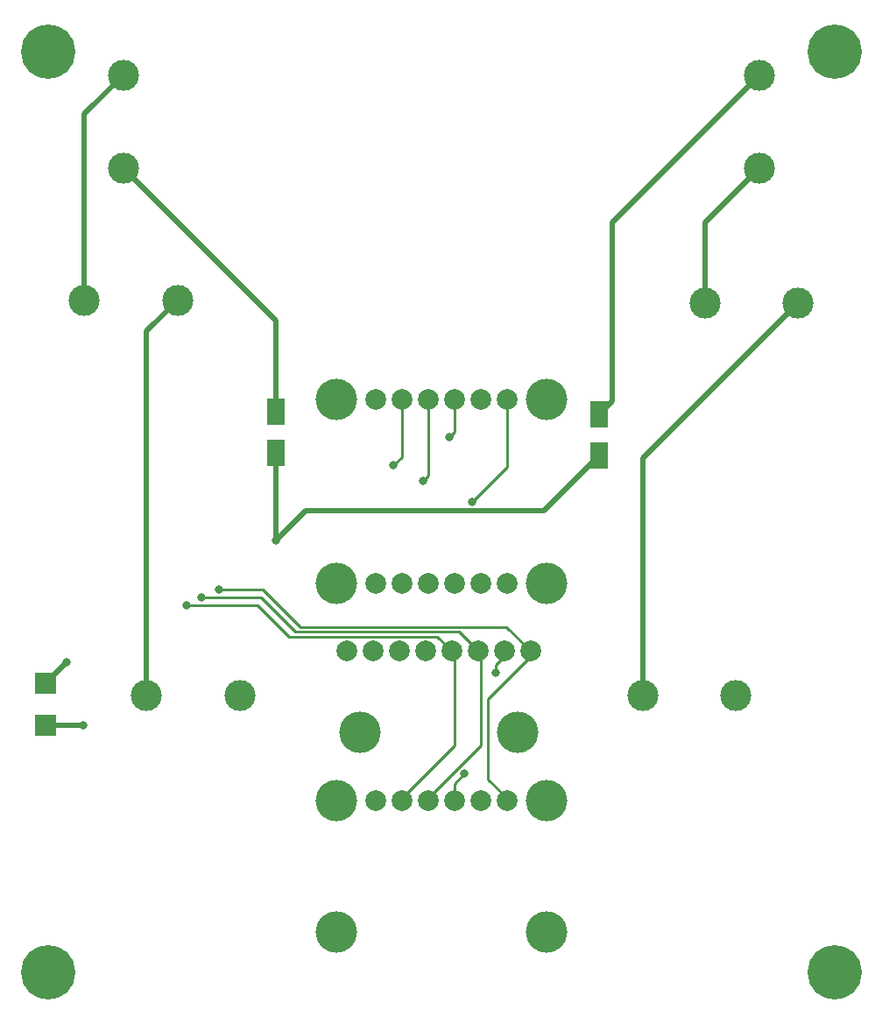
<source format=gbr>
%TF.GenerationSoftware,KiCad,Pcbnew,(5.1.10)-1*%
%TF.CreationDate,2022-06-07T21:34:51-07:00*%
%TF.ProjectId,solar-panel-WithCutout,736f6c61-722d-4706-916e-656c2d576974,1.1*%
%TF.SameCoordinates,Original*%
%TF.FileFunction,Copper,L1,Top*%
%TF.FilePolarity,Positive*%
%FSLAX46Y46*%
G04 Gerber Fmt 4.6, Leading zero omitted, Abs format (unit mm)*
G04 Created by KiCad (PCBNEW (5.1.10)-1) date 2022-06-07 21:34:51*
%MOMM*%
%LPD*%
G01*
G04 APERTURE LIST*
%TA.AperFunction,ComponentPad*%
%ADD10C,3.000000*%
%TD*%
%TA.AperFunction,SMDPad,CuDef*%
%ADD11R,2.000000X2.000000*%
%TD*%
%TA.AperFunction,ComponentPad*%
%ADD12C,5.250000*%
%TD*%
%TA.AperFunction,SMDPad,CuDef*%
%ADD13R,1.700000X2.500000*%
%TD*%
%TA.AperFunction,SMDPad,CuDef*%
%ADD14C,4.000000*%
%TD*%
%TA.AperFunction,SMDPad,CuDef*%
%ADD15C,2.000000*%
%TD*%
%TA.AperFunction,ViaPad*%
%ADD16C,0.800000*%
%TD*%
%TA.AperFunction,Conductor*%
%ADD17C,0.250000*%
%TD*%
%TA.AperFunction,Conductor*%
%ADD18C,0.500000*%
%TD*%
G04 APERTURE END LIST*
D10*
%TO.P,SC6,2*%
%TO.N,GND*%
X170000000Y-116500000D03*
%TO.P,SC6,1*%
%TO.N,Net-(SC5-Pad2)*%
X161000000Y-116500000D03*
%TD*%
D11*
%TO.P,J7,1*%
%TO.N,GND*%
X103224999Y-119325001D03*
%TD*%
%TO.P,J6,1*%
%TO.N,VSOLAR*%
X103224999Y-115275001D03*
%TD*%
D12*
%TO.P,J5,1*%
%TO.N,Net-(J5-Pad1)*%
X179500000Y-143230000D03*
%TD*%
%TO.P,J4,1*%
%TO.N,Net-(J4-Pad1)*%
X179500000Y-54230000D03*
%TD*%
%TO.P,J3,1*%
%TO.N,Net-(J3-Pad1)*%
X103500000Y-143230000D03*
%TD*%
%TO.P,J2,1*%
%TO.N,Net-(J2-Pad1)*%
X103500000Y-54230000D03*
%TD*%
D13*
%TO.P,D2,2*%
%TO.N,Net-(D2-Pad2)*%
X156750000Y-89250000D03*
%TO.P,D2,1*%
%TO.N,VSOLAR*%
X156750000Y-93250000D03*
%TD*%
%TO.P,D1,2*%
%TO.N,Net-(D1-Pad2)*%
X125500000Y-89000000D03*
%TO.P,D1,1*%
%TO.N,VSOLAR*%
X125500000Y-93000000D03*
%TD*%
D14*
%TO.P,U3,9*%
%TO.N,Net-(U3-Pad9)*%
X148870000Y-120060000D03*
%TO.P,U3,10*%
%TO.N,Net-(U3-Pad10)*%
X133630000Y-120060000D03*
D15*
%TO.P,U3,3*%
%TO.N,SCL*%
X145060000Y-112186000D03*
%TO.P,U3,4*%
%TO.N,SDA*%
X142520000Y-112186000D03*
%TO.P,U3,1*%
%TO.N,+3V3*%
X150140000Y-112186000D03*
%TO.P,U3,2*%
%TO.N,GND*%
X147600000Y-112186000D03*
%TO.P,U3,8*%
%TO.N,Net-(U3-Pad8)*%
X132360000Y-112186000D03*
%TO.P,U3,7*%
%TO.N,Net-(U3-Pad7)*%
X134900000Y-112186000D03*
%TO.P,U3,6*%
%TO.N,Net-(U3-Pad6)*%
X137440000Y-112186000D03*
%TO.P,U3,5*%
%TO.N,Net-(U3-Pad5)*%
X139980000Y-112186000D03*
%TD*%
%TO.P,U2,11*%
%TO.N,Net-(U2-Pad11)*%
X137690000Y-105640000D03*
%TO.P,U2,12*%
%TO.N,Net-(U2-Pad12)*%
X135150000Y-105640000D03*
D14*
%TO.P,U2,16*%
%TO.N,Net-(U2-Pad16)*%
X131340000Y-105640000D03*
D15*
%TO.P,U2,7*%
%TO.N,Net-(U2-Pad7)*%
X147850000Y-105640000D03*
D14*
%TO.P,U2,15*%
%TO.N,Net-(U2-Pad15)*%
X151660000Y-105640000D03*
D15*
%TO.P,U2,8*%
%TO.N,Net-(U2-Pad8)*%
X145310000Y-105640000D03*
%TO.P,U2,9*%
%TO.N,Net-(U2-Pad9)*%
X142770000Y-105640000D03*
%TO.P,U2,10*%
%TO.N,Net-(U2-Pad10)*%
X140230000Y-105640000D03*
D14*
%TO.P,U2,13*%
%TO.N,Net-(U2-Pad13)*%
X151660000Y-87860000D03*
D15*
%TO.P,U2,2*%
%TO.N,Net-(U2-Pad2)*%
X145310000Y-87860000D03*
%TO.P,U2,3*%
%TO.N,GND*%
X142770000Y-87860000D03*
%TO.P,U2,1*%
%TO.N,+3V3*%
X147850000Y-87860000D03*
%TO.P,U2,6*%
%TO.N,Net-(U2-Pad6)*%
X135150000Y-87860000D03*
%TO.P,U2,5*%
%TO.N,SDA*%
X137690000Y-87860000D03*
%TO.P,U2,4*%
%TO.N,SCL*%
X140230000Y-87860000D03*
D14*
%TO.P,U2,14*%
%TO.N,Net-(U2-Pad14)*%
X131340000Y-87860000D03*
%TD*%
%TO.P,U1,7*%
%TO.N,Net-(U1-Pad7)*%
X151660000Y-139350000D03*
%TO.P,U1,8*%
%TO.N,Net-(U1-Pad8)*%
X131340000Y-139350000D03*
%TO.P,U1,9*%
%TO.N,Net-(U1-Pad9)*%
X151660000Y-126650000D03*
D15*
%TO.P,U1,2*%
%TO.N,Net-(U1-Pad2)*%
X145310000Y-126650000D03*
%TO.P,U1,3*%
%TO.N,GND*%
X142770000Y-126650000D03*
%TO.P,U1,1*%
%TO.N,+3V3*%
X147850000Y-126650000D03*
%TO.P,U1,6*%
%TO.N,Net-(U1-Pad6)*%
X135150000Y-126650000D03*
%TO.P,U1,5*%
%TO.N,SDA*%
X137690000Y-126650000D03*
%TO.P,U1,4*%
%TO.N,SCL*%
X140230000Y-126650000D03*
D14*
%TO.P,U1,10*%
%TO.N,Net-(U1-Pad10)*%
X131340000Y-126650000D03*
%TD*%
D10*
%TO.P,SC5,2*%
%TO.N,Net-(SC5-Pad2)*%
X176000000Y-78500000D03*
%TO.P,SC5,1*%
%TO.N,Net-(SC4-Pad2)*%
X167000000Y-78500000D03*
%TD*%
%TO.P,SC4,2*%
%TO.N,Net-(SC4-Pad2)*%
X172250000Y-65500000D03*
%TO.P,SC4,1*%
%TO.N,Net-(D2-Pad2)*%
X172250000Y-56500000D03*
%TD*%
%TO.P,SC3,2*%
%TO.N,GND*%
X122000000Y-116500000D03*
%TO.P,SC3,1*%
%TO.N,Net-(SC2-Pad2)*%
X113000000Y-116500000D03*
%TD*%
%TO.P,SC2,2*%
%TO.N,Net-(SC2-Pad2)*%
X116000000Y-78250000D03*
%TO.P,SC2,1*%
%TO.N,Net-(SC1-Pad2)*%
X107000000Y-78250000D03*
%TD*%
%TO.P,SC1,2*%
%TO.N,Net-(SC1-Pad2)*%
X110750000Y-56500000D03*
%TO.P,SC1,1*%
%TO.N,Net-(D1-Pad2)*%
X110750000Y-65500000D03*
%TD*%
D16*
%TO.N,GND*%
X142250000Y-91500000D03*
X146750000Y-114250000D03*
X143750000Y-124000000D03*
X106924999Y-119325001D03*
%TO.N,+3V3*%
X144500000Y-97750000D03*
X120000000Y-106250000D03*
%TO.N,VSOLAR*%
X105250000Y-113250000D03*
X125500000Y-101500000D03*
%TO.N,SDA*%
X136893500Y-94219500D03*
X116891000Y-107750000D03*
%TO.N,SCL*%
X139751000Y-95680000D03*
X118351500Y-106983000D03*
%TD*%
D17*
%TO.N,GND*%
X142770000Y-88860000D02*
X142770000Y-90980000D01*
X142770000Y-90980000D02*
X142250000Y-91500000D01*
X142250000Y-91500000D02*
X142250000Y-91500000D01*
X147850000Y-112436000D02*
X146750000Y-113536000D01*
X146750000Y-113536000D02*
X146750000Y-114250000D01*
X146750000Y-114250000D02*
X146750000Y-114250000D01*
X142770000Y-126400000D02*
X142770000Y-124980000D01*
X142770000Y-124980000D02*
X143750000Y-124000000D01*
X143750000Y-124000000D02*
X143750000Y-124000000D01*
D18*
X103224999Y-119325001D02*
X106924999Y-119325001D01*
X106924999Y-119325001D02*
X106924999Y-119325001D01*
D17*
%TO.N,+3V3*%
X150390000Y-112436000D02*
X146076000Y-116750000D01*
X147850000Y-126400000D02*
X146000000Y-124550000D01*
X146000000Y-116826000D02*
X146076000Y-116750000D01*
X146000000Y-124550000D02*
X146000000Y-116826000D01*
X147850000Y-94400000D02*
X144500000Y-97750000D01*
X147850000Y-88860000D02*
X147850000Y-94400000D01*
X150390000Y-112436000D02*
X147803980Y-109849980D01*
X147803980Y-109849980D02*
X127849980Y-109849980D01*
X124250000Y-106250000D02*
X120000000Y-106250000D01*
X127849980Y-109849980D02*
X124250000Y-106250000D01*
D18*
%TO.N,VSOLAR*%
X103224999Y-115275001D02*
X105250000Y-113250000D01*
X151399999Y-98600001D02*
X156750000Y-93250000D01*
X128399999Y-98600001D02*
X151399999Y-98600001D01*
X125500000Y-101500000D02*
X125500000Y-101500000D01*
X125500000Y-93000000D02*
X125500000Y-101500000D01*
X125500000Y-101500000D02*
X128399999Y-98600001D01*
%TO.N,Net-(SC1-Pad2)*%
X107000000Y-60250000D02*
X110750000Y-56500000D01*
X107000000Y-78250000D02*
X107000000Y-60250000D01*
%TO.N,Net-(D1-Pad2)*%
X125500000Y-85000000D02*
X125500000Y-89000000D01*
X125500000Y-80250000D02*
X125500000Y-85000000D01*
X110750000Y-65500000D02*
X125500000Y-80250000D01*
%TO.N,Net-(D2-Pad2)*%
X172250000Y-56500000D02*
X158000000Y-70750000D01*
X158000000Y-88000000D02*
X156750000Y-89250000D01*
X158000000Y-70750000D02*
X158000000Y-88000000D01*
D17*
%TO.N,SDA*%
X142770000Y-121320000D02*
X137690000Y-126400000D01*
X142770000Y-112436000D02*
X142770000Y-121320000D01*
X142770000Y-112436000D02*
X141084000Y-110750000D01*
X141084000Y-110750000D02*
X126749998Y-110750000D01*
X126749998Y-110750000D02*
X126749998Y-110749998D01*
X123750000Y-107750000D02*
X123250000Y-107750000D01*
X126749998Y-110749998D02*
X123750000Y-107750000D01*
X137690000Y-93423000D02*
X136893500Y-94219500D01*
X137690000Y-87860000D02*
X137690000Y-93423000D01*
X123250000Y-107750000D02*
X117075010Y-107750000D01*
%TO.N,SCL*%
X121500001Y-106999999D02*
X121500000Y-107000000D01*
X124072999Y-106999999D02*
X121500001Y-106999999D01*
X127372990Y-110299990D02*
X124072999Y-106999999D01*
X143173990Y-110299990D02*
X127372990Y-110299990D01*
X145310000Y-112436000D02*
X143173990Y-110299990D01*
X145310000Y-121320000D02*
X145310000Y-112436000D01*
X140230000Y-126400000D02*
X145310000Y-121320000D01*
X140230000Y-95201000D02*
X139751000Y-95680000D01*
X140230000Y-87860000D02*
X140230000Y-95201000D01*
X118368499Y-106999999D02*
X118351500Y-106983000D01*
X121500001Y-106999999D02*
X118368499Y-106999999D01*
D18*
%TO.N,Net-(SC5-Pad2)*%
X161000000Y-93500000D02*
X176000000Y-78500000D01*
X161000000Y-116500000D02*
X161000000Y-93500000D01*
%TO.N,Net-(SC2-Pad2)*%
X113000000Y-81250000D02*
X116000000Y-78250000D01*
X113000000Y-116500000D02*
X113000000Y-81250000D01*
%TO.N,Net-(SC4-Pad2)*%
X167000000Y-70750000D02*
X172250000Y-65500000D01*
X167000000Y-78500000D02*
X167000000Y-70750000D01*
%TD*%
M02*

</source>
